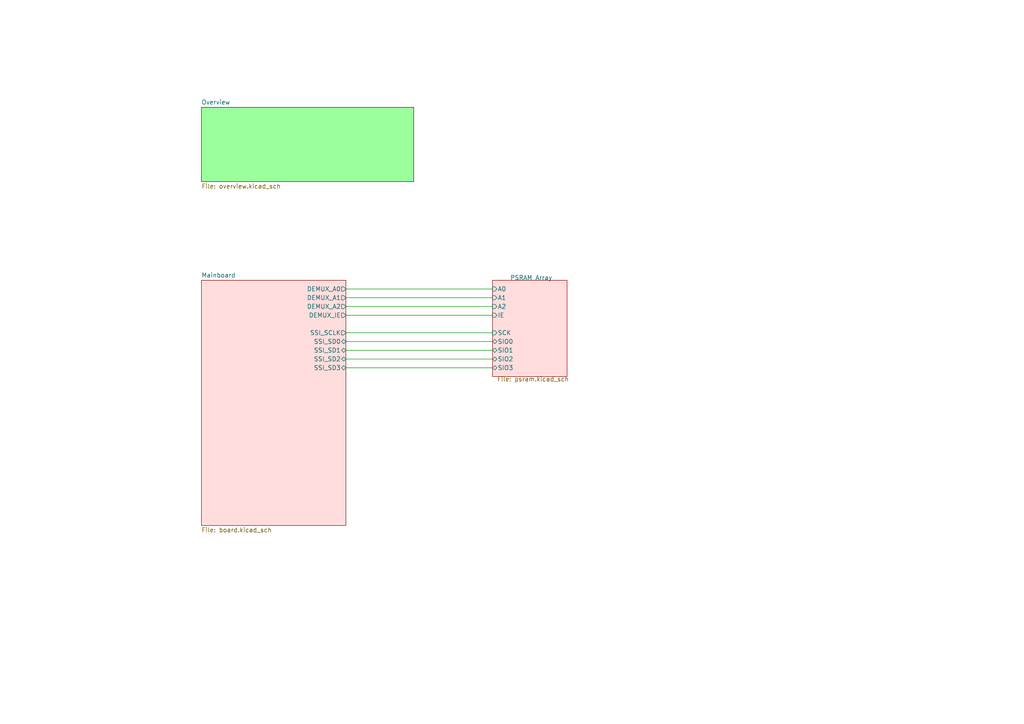
<source format=kicad_sch>
(kicad_sch (version 20211123) (generator eeschema)
  (paper "A4")
  (title_block (title "PicoCart64") (date "2022-08-14") (rev "V2.1-unreleased") (company "Konrad Beckmann"))
  (lib_symbols)
  (wire (pts (xy 100.33 86.36) (xy 142.875 86.36)))
  (wire (pts (xy 100.33 88.9) (xy 142.875 88.9)))
  (wire (pts (xy 100.33 91.44) (xy 142.875 91.44)))
  (wire (pts (xy 100.33 106.68) (xy 142.875 106.68)))
  (wire (pts (xy 100.33 96.52) (xy 142.875 96.52)))
  (wire (pts (xy 100.33 101.6) (xy 142.875 101.6)))
  (wire (pts (xy 100.33 104.14) (xy 142.875 104.14)))
  (wire (pts (xy 100.33 99.06) (xy 142.875 99.06)))
  (wire (pts (xy 100.33 83.82) (xy 142.875 83.82)))
  (sheet (at 142.875 81.28) (size 21.59 27.94) (stroke (width 0.1524)) (fill (color 255 221 221 1.0000))
    (property "Sheet name" "PSRAM Array" (at 147.955 81.28 0) (effects (justify left bottom)))
    (property "Sheet file" "psram.kicad_sch" (at 144.145 109.22 0) (effects (justify left top)))
    (pin "A0" input (at 142.875 83.82 180))
    (pin "A1" input (at 142.875 86.36 180))
    (pin "A2" input (at 142.875 88.9 180))
    (pin "IE" input (at 142.875 91.44 180))
    (pin "SIO0" bidirectional (at 142.875 99.06 180))
    (pin "SIO1" bidirectional (at 142.875 101.6 180))
    (pin "SIO2" bidirectional (at 142.875 104.14 180))
    (pin "SIO3" bidirectional (at 142.875 106.68 180))
    (pin "SCK" input (at 142.875 96.52 180))
  )
  (sheet (at 58.42 81.28) (size 41.91 71.12) (stroke (width 0.1524)) (fill (color 255 221 221 1.0000))
    (property "Sheet name" "Mainboard" (at 58.42 80.5684 0) (effects (justify left bottom)))
    (property "Sheet file" "board.kicad_sch" (at 58.42 152.9846 0) (effects (justify left top)))
    (pin "SSI_SD3" bidirectional (at 100.33 106.68 0))
    (pin "SSI_SD2" bidirectional (at 100.33 104.14 0))
    (pin "SSI_SD1" bidirectional (at 100.33 101.6 0))
    (pin "DEMUX_A0" output (at 100.33 83.82 0))
    (pin "DEMUX_A2" output (at 100.33 88.9 0))
    (pin "DEMUX_A1" output (at 100.33 86.36 0))
    (pin "DEMUX_IE" output (at 100.33 91.44 0))
    (pin "SSI_SCLK" output (at 100.33 96.52 0))
    (pin "SSI_SD0" bidirectional (at 100.33 99.06 0))
  )
  (sheet (at 58.42 31.115) (size 61.595 21.59) (stroke (width 0.1524)) (fill (color 155 255 155 1.0000))
    (property "Sheet name" "Overview" (at 58.42 30.4034 0) (effects (justify left bottom)))
    (property "Sheet file" "overview.kicad_sch" (at 58.42 53.2896 0) (effects (justify left top)))
  )
)
</source>
